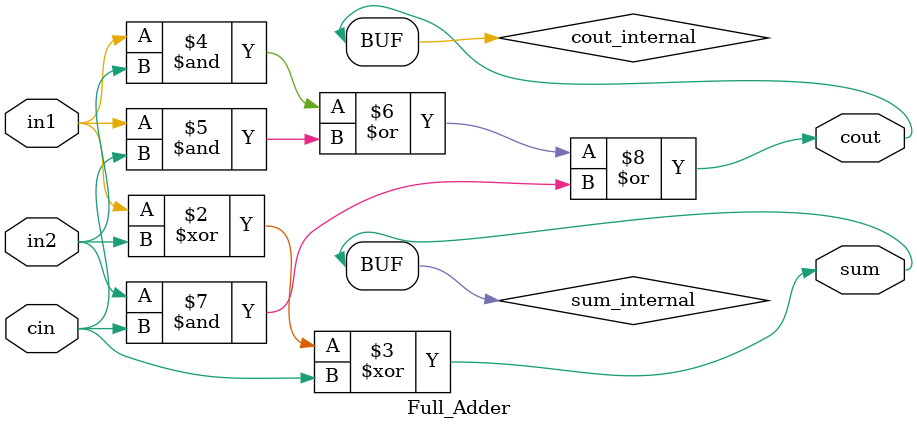
<source format=sv>
module Full_Adder(
	input logic in1,
	input logic in2,
	input logic cin,
	output logic sum,
	output logic cout
);

logic cout_internal;
logic sum_internal;

always_comb begin
	sum_internal = in1 ^ in2 ^ cin;
	cout_internal = (in1&in2) | (in1&cin) | (in2&cin);
end

assign sum = sum_internal;
assign cout = cout_internal;

endmodule
</source>
